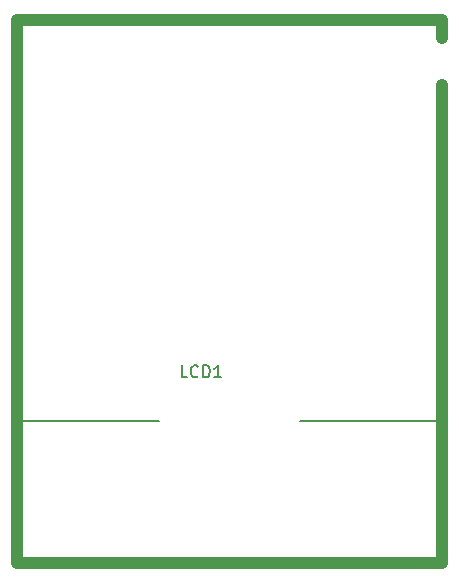
<source format=gto>
%TF.GenerationSoftware,KiCad,Pcbnew,5.1.6-c6e7f7d~87~ubuntu20.04.1*%
%TF.CreationDate,2020-09-20T16:54:06+03:00*%
%TF.ProjectId,lcd_board,6c63645f-626f-4617-9264-2e6b69636164,rev?*%
%TF.SameCoordinates,Original*%
%TF.FileFunction,Legend,Top*%
%TF.FilePolarity,Positive*%
%FSLAX46Y46*%
G04 Gerber Fmt 4.6, Leading zero omitted, Abs format (unit mm)*
G04 Created by KiCad (PCBNEW 5.1.6-c6e7f7d~87~ubuntu20.04.1) date 2020-09-20 16:54:06*
%MOMM*%
%LPD*%
G01*
G04 APERTURE LIST*
%ADD10C,0.200000*%
%ADD11C,1.000000*%
%ADD12C,0.150000*%
G04 APERTURE END LIST*
D10*
%TO.C,LCD1*%
X149500000Y-109000000D02*
X137500000Y-109000000D01*
X173500000Y-109000000D02*
X161500000Y-109000000D01*
D11*
X137500000Y-75000000D02*
X173500000Y-75000000D01*
X137500000Y-75000000D02*
X137500000Y-121000000D01*
X137500000Y-121000000D02*
X173500000Y-121000000D01*
X173500000Y-121000000D02*
X173500000Y-80500000D01*
X173500000Y-75000000D02*
X173500000Y-76500000D01*
D12*
X151933333Y-105252380D02*
X151457142Y-105252380D01*
X151457142Y-104252380D01*
X152838095Y-105157142D02*
X152790476Y-105204761D01*
X152647619Y-105252380D01*
X152552380Y-105252380D01*
X152409523Y-105204761D01*
X152314285Y-105109523D01*
X152266666Y-105014285D01*
X152219047Y-104823809D01*
X152219047Y-104680952D01*
X152266666Y-104490476D01*
X152314285Y-104395238D01*
X152409523Y-104300000D01*
X152552380Y-104252380D01*
X152647619Y-104252380D01*
X152790476Y-104300000D01*
X152838095Y-104347619D01*
X153266666Y-105252380D02*
X153266666Y-104252380D01*
X153504761Y-104252380D01*
X153647619Y-104300000D01*
X153742857Y-104395238D01*
X153790476Y-104490476D01*
X153838095Y-104680952D01*
X153838095Y-104823809D01*
X153790476Y-105014285D01*
X153742857Y-105109523D01*
X153647619Y-105204761D01*
X153504761Y-105252380D01*
X153266666Y-105252380D01*
X154790476Y-105252380D02*
X154219047Y-105252380D01*
X154504761Y-105252380D02*
X154504761Y-104252380D01*
X154409523Y-104395238D01*
X154314285Y-104490476D01*
X154219047Y-104538095D01*
%TD*%
M02*

</source>
